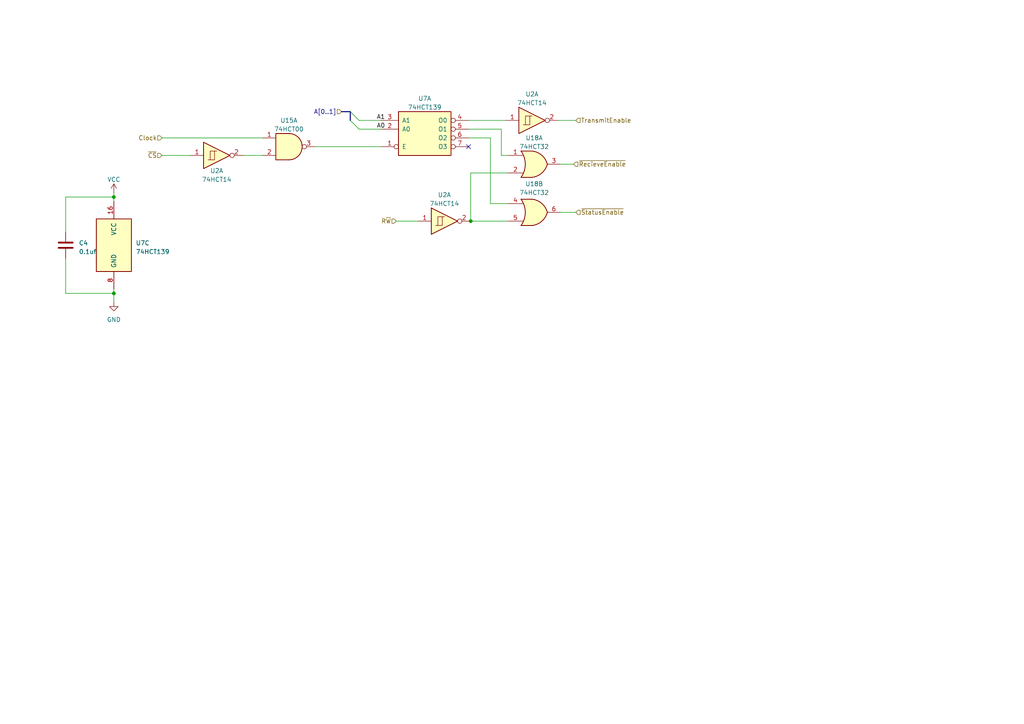
<source format=kicad_sch>
(kicad_sch (version 20230121) (generator eeschema)
  (paper "A4")
  (lib_symbols
    (symbol "74xx:74HCT00" (pin_names (offset 1.016))
      (property "Reference" "U" (at 0 1.27 0))
      (property "Value" "74HCT00" (at 0 -1.27 0))
      (symbol "74HCT00_1_1"
        (arc (start 0 -3.81) (mid 3.7934 0) (end 0 3.81) (stroke (width 0.254)) (fill (type background)))
        (polyline (pts (xy 0 3.81) (xy -3.81 3.81) (xy -3.81 -3.81) (xy 0 -3.81)) (stroke (width 0.254)) (fill (type background)))
        (pin input line (at -7.62 2.54 0) (length 3.81) (name "~") (number "1"))
        (pin input line (at -7.62 -2.54 0) (length 3.81) (name "~") (number "2"))
        (pin output inverted (at 7.62 0 180) (length 3.81) (name "~") (number "3"))
      )
      (symbol "74HCT00_1_2"
        (arc (start -3.81 -3.81) (mid -2.589 0) (end -3.81 3.81) (stroke (width 0.254)))
        (arc (start -0.6096 -3.81) (mid 2.1842 -2.5851) (end 3.81 0) (stroke (width 0.254)) (fill (type background)))
        (polyline (pts (xy -3.81 -3.81) (xy -0.635 -3.81)) (stroke (width 0.254)) (fill (type background)))
        (polyline (pts (xy -3.81 3.81) (xy -0.635 3.81)) (stroke (width 0.254)) (fill (type background)))
        (polyline (pts (xy -0.635 3.81) (xy -3.81 3.81) (xy -3.81 3.81) (xy -3.556 3.4036) (xy -3.0226 2.2606) (xy -2.6924 1.0414) (xy -2.6162 -0.254) (xy -2.7686 -1.4986) (xy -3.175 -2.7178) (xy -3.81 -3.81) (xy -3.81 -3.81) (xy -0.635 -3.81)) (stroke (width -25.4)) (fill (type background)))
        (arc (start 3.81 0) (mid 2.1915 2.5936) (end -0.6096 3.81) (stroke (width 0.254)) (fill (type background)))
        (pin input inverted (at -7.62 2.54 0) (length 4.318) (name "~") (number "1"))
        (pin input inverted (at -7.62 -2.54 0) (length 4.318) (name "~") (number "2"))
        (pin output line (at 7.62 0 180) (length 3.81) (name "~") (number "3"))
      )
      (symbol "74HCT00_2_1"
        (arc (start 0 -3.81) (mid 3.7934 0) (end 0 3.81) (stroke (width 0.254)) (fill (type background)))
        (polyline (pts (xy 0 3.81) (xy -3.81 3.81) (xy -3.81 -3.81) (xy 0 -3.81)) (stroke (width 0.254)) (fill (type background)))
        (pin input line (at -7.62 2.54 0) (length 3.81) (name "~") (number "4"))
        (pin input line (at -7.62 -2.54 0) (length 3.81) (name "~") (number "5"))
        (pin output inverted (at 7.62 0 180) (length 3.81) (name "~") (number "6"))
      )
      (symbol "74HCT00_2_2"
        (arc (start -3.81 -3.81) (mid -2.589 0) (end -3.81 3.81) (stroke (width 0.254)))
        (arc (start -0.6096 -3.81) (mid 2.1842 -2.5851) (end 3.81 0) (stroke (width 0.254)) (fill (type background)))
        (polyline (pts (xy -3.81 -3.81) (xy -0.635 -3.81)) (stroke (width 0.254)) (fill (type background)))
        (polyline (pts (xy -3.81 3.81) (xy -0.635 3.81)) (stroke (width 0.254)) (fill (type background)))
        (polyline (pts (xy -0.635 3.81) (xy -3.81 3.81) (xy -3.81 3.81) (xy -3.556 3.4036) (xy -3.0226 2.2606) (xy -2.6924 1.0414) (xy -2.6162 -0.254) (xy -2.7686 -1.4986) (xy -3.175 -2.7178) (xy -3.81 -3.81) (xy -3.81 -3.81) (xy -0.635 -3.81)) (stroke (width -25.4)) (fill (type background)))
        (arc (start 3.81 0) (mid 2.1915 2.5936) (end -0.6096 3.81) (stroke (width 0.254)) (fill (type background)))
        (pin input inverted (at -7.62 2.54 0) (length 4.318) (name "~") (number "4"))
        (pin input inverted (at -7.62 -2.54 0) (length 4.318) (name "~") (number "5"))
        (pin output line (at 7.62 0 180) (length 3.81) (name "~") (number "6"))
      )
      (symbol "74HCT00_3_1"
        (arc (start 0 -3.81) (mid 3.7934 0) (end 0 3.81) (stroke (width 0.254)) (fill (type background)))
        (polyline (pts (xy 0 3.81) (xy -3.81 3.81) (xy -3.81 -3.81) (xy 0 -3.81)) (stroke (width 0.254)) (fill (type background)))
        (pin input line (at -7.62 -2.54 0) (length 3.81) (name "~") (number "10"))
        (pin output inverted (at 7.62 0 180) (length 3.81) (name "~") (number "8"))
        (pin input line (at -7.62 2.54 0) (length 3.81) (name "~") (number "9"))
      )
      (symbol "74HCT00_3_2"
        (arc (start -3.81 -3.81) (mid -2.589 0) (end -3.81 3.81) (stroke (width 0.254)))
        (arc (start -0.6096 -3.81) (mid 2.1842 -2.5851) (end 3.81 0) (stroke (width 0.254)) (fill (type background)))
        (polyline (pts (xy -3.81 -3.81) (xy -0.635 -3.81)) (stroke (width 0.254)) (fill (type background)))
        (polyline (pts (xy -3.81 3.81) (xy -0.635 3.81)) (stroke (width 0.254)) (fill (type background)))
        (polyline (pts (xy -0.635 3.81) (xy -3.81 3.81) (xy -3.81 3.81) (xy -3.556 3.4036) (xy -3.0226 2.2606) (xy -2.6924 1.0414) (xy -2.6162 -0.254) (xy -2.7686 -1.4986) (xy -3.175 -2.7178) (xy -3.81 -3.81) (xy -3.81 -3.81) (xy -0.635 -3.81)) (stroke (width -25.4)) (fill (type background)))
        (arc (start 3.81 0) (mid 2.1915 2.5936) (end -0.6096 3.81) (stroke (width 0.254)) (fill (type background)))
        (pin input inverted (at -7.62 -2.54 0) (length 4.318) (name "~") (number "10"))
        (pin output line (at 7.62 0 180) (length 3.81) (name "~") (number "8"))
        (pin input inverted (at -7.62 2.54 0) (length 4.318) (name "~") (number "9"))
      )
      (symbol "74HCT00_4_1"
        (arc (start 0 -3.81) (mid 3.7934 0) (end 0 3.81) (stroke (width 0.254)) (fill (type background)))
        (polyline (pts (xy 0 3.81) (xy -3.81 3.81) (xy -3.81 -3.81) (xy 0 -3.81)) (stroke (width 0.254)) (fill (type background)))
        (pin output inverted (at 7.62 0 180) (length 3.81) (name "~") (number "11"))
        (pin input line (at -7.62 2.54 0) (length 3.81) (name "~") (number "12"))
        (pin input line (at -7.62 -2.54 0) (length 3.81) (name "~") (number "13"))
      )
      (symbol "74HCT00_4_2"
        (arc (start -3.81 -3.81) (mid -2.589 0) (end -3.81 3.81) (stroke (width 0.254)))
        (arc (start -0.6096 -3.81) (mid 2.1842 -2.5851) (end 3.81 0) (stroke (width 0.254)) (fill (type background)))
        (polyline (pts (xy -3.81 -3.81) (xy -0.635 -3.81)) (stroke (width 0.254)) (fill (type background)))
        (polyline (pts (xy -3.81 3.81) (xy -0.635 3.81)) (stroke (width 0.254)) (fill (type background)))
        (polyline (pts (xy -0.635 3.81) (xy -3.81 3.81) (xy -3.81 3.81) (xy -3.556 3.4036) (xy -3.0226 2.2606) (xy -2.6924 1.0414) (xy -2.6162 -0.254) (xy -2.7686 -1.4986) (xy -3.175 -2.7178) (xy -3.81 -3.81) (xy -3.81 -3.81) (xy -0.635 -3.81)) (stroke (width -25.4)) (fill (type background)))
        (arc (start 3.81 0) (mid 2.1915 2.5936) (end -0.6096 3.81) (stroke (width 0.254)) (fill (type background)))
        (pin output line (at 7.62 0 180) (length 3.81) (name "~") (number "11"))
        (pin input inverted (at -7.62 2.54 0) (length 4.318) (name "~") (number "12"))
        (pin input inverted (at -7.62 -2.54 0) (length 4.318) (name "~") (number "13"))
      )
      (symbol "74HCT00_5_0"
        (pin power_in line (at 0 12.7 270) (length 5.08) (name "VCC") (number "14"))
        (pin power_in line (at 0 -12.7 90) (length 5.08) (name "GND") (number "7"))
      )
      (symbol "74HCT00_5_1"
        (rectangle (start -5.08 7.62) (end 5.08 -7.62) (stroke (width 0.254)) (fill (type background)))
      )
    )
    (symbol "74xx:74LS139" (pin_names (offset 1.016))
      (property "Reference" "U" (at -7.62 8.89 0))
      (property "Value" "74LS139" (at -7.62 -8.89 0))
      (symbol "74LS139_1_0"
        (pin input inverted (at -12.7 -5.08 0) (length 5.08) (name "E") (number "1"))
        (pin input line (at -12.7 0 0) (length 5.08) (name "A0") (number "2"))
        (pin input line (at -12.7 2.54 0) (length 5.08) (name "A1") (number "3"))
        (pin output inverted (at 12.7 2.54 180) (length 5.08) (name "O0") (number "4"))
        (pin output inverted (at 12.7 0 180) (length 5.08) (name "O1") (number "5"))
        (pin output inverted (at 12.7 -2.54 180) (length 5.08) (name "O2") (number "6"))
        (pin output inverted (at 12.7 -5.08 180) (length 5.08) (name "O3") (number "7"))
      )
      (symbol "74LS139_1_1"
        (rectangle (start -7.62 5.08) (end 7.62 -7.62) (stroke (width 0.254)) (fill (type background)))
      )
      (symbol "74LS139_2_0"
        (pin output inverted (at 12.7 -2.54 180) (length 5.08) (name "O2") (number "10"))
        (pin output inverted (at 12.7 0 180) (length 5.08) (name "O1") (number "11"))
        (pin output inverted (at 12.7 2.54 180) (length 5.08) (name "O0") (number "12"))
        (pin input line (at -12.7 2.54 0) (length 5.08) (name "A1") (number "13"))
        (pin input line (at -12.7 0 0) (length 5.08) (name "A0") (number "14"))
        (pin input inverted (at -12.7 -5.08 0) (length 5.08) (name "E") (number "15"))
        (pin output inverted (at 12.7 -5.08 180) (length 5.08) (name "O3") (number "9"))
      )
      (symbol "74LS139_2_1"
        (rectangle (start -7.62 5.08) (end 7.62 -7.62) (stroke (width 0.254)) (fill (type background)))
      )
      (symbol "74LS139_3_0"
        (pin power_in line (at 0 12.7 270) (length 5.08) (name "VCC") (number "16"))
        (pin power_in line (at 0 -12.7 90) (length 5.08) (name "GND") (number "8"))
      )
      (symbol "74LS139_3_1"
        (rectangle (start -5.08 7.62) (end 5.08 -7.62) (stroke (width 0.254)) (fill (type background)))
      )
    )
    (symbol "74xx:74LS14" (pin_names (offset 1.016))
      (property "Reference" "U" (at 0 1.27 0))
      (property "Value" "74LS14" (at 0 -1.27 0))
      (symbol "74LS14_1_0"
        (polyline (pts (xy -3.81 3.81) (xy -3.81 -3.81) (xy 3.81 0) (xy -3.81 3.81)) (stroke (width 0.254)) (fill (type background)))
        (pin input line (at -7.62 0 0) (length 3.81) (name "~") (number "1"))
        (pin output inverted (at 7.62 0 180) (length 3.81) (name "~") (number "2"))
      )
      (symbol "74LS14_1_1"
        (polyline (pts (xy -1.905 -1.27) (xy -1.905 1.27) (xy -0.635 1.27)))
        (polyline (pts (xy -2.54 -1.27) (xy -0.635 -1.27) (xy -0.635 1.27) (xy 0 1.27)))
      )
      (symbol "74LS14_2_0"
        (polyline (pts (xy -3.81 3.81) (xy -3.81 -3.81) (xy 3.81 0) (xy -3.81 3.81)) (stroke (width 0.254)) (fill (type background)))
        (pin input line (at -7.62 0 0) (length 3.81) (name "~") (number "3"))
        (pin output inverted (at 7.62 0 180) (length 3.81) (name "~") (number "4"))
      )
      (symbol "74LS14_2_1"
        (polyline (pts (xy -1.905 -1.27) (xy -1.905 1.27) (xy -0.635 1.27)))
        (polyline (pts (xy -2.54 -1.27) (xy -0.635 -1.27) (xy -0.635 1.27) (xy 0 1.27)))
      )
      (symbol "74LS14_3_0"
        (polyline (pts (xy -3.81 3.81) (xy -3.81 -3.81) (xy 3.81 0) (xy -3.81 3.81)) (stroke (width 0.254)) (fill (type background)))
        (pin input line (at -7.62 0 0) (length 3.81) (name "~") (number "5"))
        (pin output inverted (at 7.62 0 180) (length 3.81) (name "~") (number "6"))
      )
      (symbol "74LS14_3_1"
        (polyline (pts (xy -1.905 -1.27) (xy -1.905 1.27) (xy -0.635 1.27)))
        (polyline (pts (xy -2.54 -1.27) (xy -0.635 -1.27) (xy -0.635 1.27) (xy 0 1.27)))
      )
      (symbol "74LS14_4_0"
        (polyline (pts (xy -3.81 3.81) (xy -3.81 -3.81) (xy 3.81 0) (xy -3.81 3.81)) (stroke (width 0.254)) (fill (type background)))
        (pin output inverted (at 7.62 0 180) (length 3.81) (name "~") (number "8"))
        (pin input line (at -7.62 0 0) (length 3.81) (name "~") (number "9"))
      )
      (symbol "74LS14_4_1"
        (polyline (pts (xy -1.905 -1.27) (xy -1.905 1.27) (xy -0.635 1.27)))
        (polyline (pts (xy -2.54 -1.27) (xy -0.635 -1.27) (xy -0.635 1.27) (xy 0 1.27)))
      )
      (symbol "74LS14_5_0"
        (polyline (pts (xy -3.81 3.81) (xy -3.81 -3.81) (xy 3.81 0) (xy -3.81 3.81)) (stroke (width 0.254)) (fill (type background)))
        (pin output inverted (at 7.62 0 180) (length 3.81) (name "~") (number "10"))
        (pin input line (at -7.62 0 0) (length 3.81) (name "~") (number "11"))
      )
      (symbol "74LS14_5_1"
        (polyline (pts (xy -1.905 -1.27) (xy -1.905 1.27) (xy -0.635 1.27)))
        (polyline (pts (xy -2.54 -1.27) (xy -0.635 -1.27) (xy -0.635 1.27) (xy 0 1.27)))
      )
      (symbol "74LS14_6_0"
        (polyline (pts (xy -3.81 3.81) (xy -3.81 -3.81) (xy 3.81 0) (xy -3.81 3.81)) (stroke (width 0.254)) (fill (type background)))
        (pin output inverted (at 7.62 0 180) (length 3.81) (name "~") (number "12"))
        (pin input line (at -7.62 0 0) (length 3.81) (name "~") (number "13"))
      )
      (symbol "74LS14_6_1"
        (polyline (pts (xy -1.905 -1.27) (xy -1.905 1.27) (xy -0.635 1.27)))
        (polyline (pts (xy -2.54 -1.27) (xy -0.635 -1.27) (xy -0.635 1.27) (xy 0 1.27)))
      )
      (symbol "74LS14_7_0"
        (pin power_in line (at 0 12.7 270) (length 5.08) (name "VCC") (number "14"))
        (pin power_in line (at 0 -12.7 90) (length 5.08) (name "GND") (number "7"))
      )
      (symbol "74LS14_7_1"
        (rectangle (start -5.08 7.62) (end 5.08 -7.62) (stroke (width 0.254)) (fill (type background)))
      )
    )
    (symbol "74xx:74LS32" (pin_names (offset 1.016))
      (property "Reference" "U" (at 0 1.27 0))
      (property "Value" "74LS32" (at 0 -1.27 0))
      (symbol "74LS32_1_1"
        (arc (start -3.81 -3.81) (mid -2.589 0) (end -3.81 3.81) (stroke (width 0.254)))
        (arc (start -0.6096 -3.81) (mid 2.1842 -2.5851) (end 3.81 0) (stroke (width 0.254)) (fill (type background)))
        (polyline (pts (xy -3.81 -3.81) (xy -0.635 -3.81)) (stroke (width 0.254)) (fill (type background)))
        (polyline (pts (xy -3.81 3.81) (xy -0.635 3.81)) (stroke (width 0.254)) (fill (type background)))
        (polyline (pts (xy -0.635 3.81) (xy -3.81 3.81) (xy -3.81 3.81) (xy -3.556 3.4036) (xy -3.0226 2.2606) (xy -2.6924 1.0414) (xy -2.6162 -0.254) (xy -2.7686 -1.4986) (xy -3.175 -2.7178) (xy -3.81 -3.81) (xy -3.81 -3.81) (xy -0.635 -3.81)) (stroke (width -25.4)) (fill (type background)))
        (arc (start 3.81 0) (mid 2.1915 2.5936) (end -0.6096 3.81) (stroke (width 0.254)) (fill (type background)))
        (pin input line (at -7.62 2.54 0) (length 4.318) (name "~") (number "1"))
        (pin input line (at -7.62 -2.54 0) (length 4.318) (name "~") (number "2"))
        (pin output line (at 7.62 0 180) (length 3.81) (name "~") (number "3"))
      )
      (symbol "74LS32_1_2"
        (arc (start 0 -3.81) (mid 3.7934 0) (end 0 3.81) (stroke (width 0.254)) (fill (type background)))
        (polyline (pts (xy 0 3.81) (xy -3.81 3.81) (xy -3.81 -3.81) (xy 0 -3.81)) (stroke (width 0.254)) (fill (type background)))
        (pin input inverted (at -7.62 2.54 0) (length 3.81) (name "~") (number "1"))
        (pin input inverted (at -7.62 -2.54 0) (length 3.81) (name "~") (number "2"))
        (pin output inverted (at 7.62 0 180) (length 3.81) (name "~") (number "3"))
      )
      (symbol "74LS32_2_1"
        (arc (start -3.81 -3.81) (mid -2.589 0) (end -3.81 3.81) (stroke (width 0.254)))
        (arc (start -0.6096 -3.81) (mid 2.1842 -2.5851) (end 3.81 0) (stroke (width 0.254)) (fill (type background)))
        (polyline (pts (xy -3.81 -3.81) (xy -0.635 -3.81)) (stroke (width 0.254)) (fill (type background)))
        (polyline (pts (xy -3.81 3.81) (xy -0.635 3.81)) (stroke (width 0.254)) (fill (type background)))
        (polyline (pts (xy -0.635 3.81) (xy -3.81 3.81) (xy -3.81 3.81) (xy -3.556 3.4036) (xy -3.0226 2.2606) (xy -2.6924 1.0414) (xy -2.6162 -0.254) (xy -2.7686 -1.4986) (xy -3.175 -2.7178) (xy -3.81 -3.81) (xy -3.81 -3.81) (xy -0.635 -3.81)) (stroke (width -25.4)) (fill (type background)))
        (arc (start 3.81 0) (mid 2.1915 2.5936) (end -0.6096 3.81) (stroke (width 0.254)) (fill (type background)))
        (pin input line (at -7.62 2.54 0) (length 4.318) (name "~") (number "4"))
        (pin input line (at -7.62 -2.54 0) (length 4.318) (name "~") (number "5"))
        (pin output line (at 7.62 0 180) (length 3.81) (name "~") (number "6"))
      )
      (symbol "74LS32_2_2"
        (arc (start 0 -3.81) (mid 3.7934 0) (end 0 3.81) (stroke (width 0.254)) (fill (type background)))
        (polyline (pts (xy 0 3.81) (xy -3.81 3.81) (xy -3.81 -3.81) (xy 0 -3.81)) (stroke (width 0.254)) (fill (type background)))
        (pin input inverted (at -7.62 2.54 0) (length 3.81) (name "~") (number "4"))
        (pin input inverted (at -7.62 -2.54 0) (length 3.81) (name "~") (number "5"))
        (pin output inverted (at 7.62 0 180) (length 3.81) (name "~") (number "6"))
      )
      (symbol "74LS32_3_1"
        (arc (start -3.81 -3.81) (mid -2.589 0) (end -3.81 3.81) (stroke (width 0.254)))
        (arc (start -0.6096 -3.81) (mid 2.1842 -2.5851) (end 3.81 0) (stroke (width 0.254)) (fill (type background)))
        (polyline (pts (xy -3.81 -3.81) (xy -0.635 -3.81)) (stroke (width 0.254)) (fill (type background)))
        (polyline (pts (xy -3.81 3.81) (xy -0.635 3.81)) (stroke (width 0.254)) (fill (type background)))
        (polyline (pts (xy -0.635 3.81) (xy -3.81 3.81) (xy -3.81 3.81) (xy -3.556 3.4036) (xy -3.0226 2.2606) (xy -2.6924 1.0414) (xy -2.6162 -0.254) (xy -2.7686 -1.4986) (xy -3.175 -2.7178) (xy -3.81 -3.81) (xy -3.81 -3.81) (xy -0.635 -3.81)) (stroke (width -25.4)) (fill (type background)))
        (arc (start 3.81 0) (mid 2.1915 2.5936) (end -0.6096 3.81) (stroke (width 0.254)) (fill (type background)))
        (pin input line (at -7.62 -2.54 0) (length 4.318) (name "~") (number "10"))
        (pin output line (at 7.62 0 180) (length 3.81) (name "~") (number "8"))
        (pin input line (at -7.62 2.54 0) (length 4.318) (name "~") (number "9"))
      )
      (symbol "74LS32_3_2"
        (arc (start 0 -3.81) (mid 3.7934 0) (end 0 3.81) (stroke (width 0.254)) (fill (type background)))
        (polyline (pts (xy 0 3.81) (xy -3.81 3.81) (xy -3.81 -3.81) (xy 0 -3.81)) (stroke (width 0.254)) (fill (type background)))
        (pin input inverted (at -7.62 -2.54 0) (length 3.81) (name "~") (number "10"))
        (pin output inverted (at 7.62 0 180) (length 3.81) (name "~") (number "8"))
        (pin input inverted (at -7.62 2.54 0) (length 3.81) (name "~") (number "9"))
      )
      (symbol "74LS32_4_1"
        (arc (start -3.81 -3.81) (mid -2.589 0) (end -3.81 3.81) (stroke (width 0.254)))
        (arc (start -0.6096 -3.81) (mid 2.1842 -2.5851) (end 3.81 0) (stroke (width 0.254)) (fill (type background)))
        (polyline (pts (xy -3.81 -3.81) (xy -0.635 -3.81)) (stroke (width 0.254)) (fill (type background)))
        (polyline (pts (xy -3.81 3.81) (xy -0.635 3.81)) (stroke (width 0.254)) (fill (type background)))
        (polyline (pts (xy -0.635 3.81) (xy -3.81 3.81) (xy -3.81 3.81) (xy -3.556 3.4036) (xy -3.0226 2.2606) (xy -2.6924 1.0414) (xy -2.6162 -0.254) (xy -2.7686 -1.4986) (xy -3.175 -2.7178) (xy -3.81 -3.81) (xy -3.81 -3.81) (xy -0.635 -3.81)) (stroke (width -25.4)) (fill (type background)))
        (arc (start 3.81 0) (mid 2.1915 2.5936) (end -0.6096 3.81) (stroke (width 0.254)) (fill (type background)))
        (pin output line (at 7.62 0 180) (length 3.81) (name "~") (number "11"))
        (pin input line (at -7.62 2.54 0) (length 4.318) (name "~") (number "12"))
        (pin input line (at -7.62 -2.54 0) (length 4.318) (name "~") (number "13"))
      )
      (symbol "74LS32_4_2"
        (arc (start 0 -3.81) (mid 3.7934 0) (end 0 3.81) (stroke (width 0.254)) (fill (type background)))
        (polyline (pts (xy 0 3.81) (xy -3.81 3.81) (xy -3.81 -3.81) (xy 0 -3.81)) (stroke (width 0.254)) (fill (type background)))
        (pin output inverted (at 7.62 0 180) (length 3.81) (name "~") (number "11"))
        (pin input inverted (at -7.62 2.54 0) (length 3.81) (name "~") (number "12"))
        (pin input inverted (at -7.62 -2.54 0) (length 3.81) (name "~") (number "13"))
      )
      (symbol "74LS32_5_0"
        (pin power_in line (at 0 12.7 270) (length 5.08) (name "VCC") (number "14"))
        (pin power_in line (at 0 -12.7 90) (length 5.08) (name "GND") (number "7"))
      )
      (symbol "74LS32_5_1"
        (rectangle (start -5.08 7.62) (end 5.08 -7.62) (stroke (width 0.254)) (fill (type background)))
      )
    )
    (symbol "Device:C" (pin_numbers hide) (pin_names (offset 0.254))
      (property "Reference" "C" (at 0.635 2.54 0))
      (property "Value" "C" (at 0.635 -2.54 0))
      (symbol "C_0_1"
        (polyline (pts (xy -2.032 -0.762) (xy 2.032 -0.762)) (stroke (width 0.508)))
        (polyline (pts (xy -2.032 0.762) (xy 2.032 0.762)) (stroke (width 0.508)))
      )
      (symbol "C_1_1"
        (pin passive line (at 0 3.81 270) (length 2.794) (name "~") (number "1"))
        (pin passive line (at 0 -3.81 90) (length 2.794) (name "~") (number "2"))
      )
    )
    (symbol "power:GND" (power) (pin_names (offset 0))
      (property "Value" "GND" (at 0 -3.81 0))
      (symbol "GND_0_1"
        (polyline (pts (xy 0 0) (xy 0 -1.27) (xy 1.27 -1.27) (xy 0 -2.54) (xy -1.27 -1.27) (xy 0 -1.27)))
      )
      (symbol "GND_1_1"
        (pin power_in line (at 0 0 270) (length 0) hide (name "GND") (number "1"))
      )
    )
    (symbol "power:VCC" (power) (pin_names (offset 0))
      (property "Value" "VCC" (at 0 3.81 0))
      (symbol "VCC_0_1"
        (polyline (pts (xy -0.762 1.27) (xy 0 2.54)))
        (polyline (pts (xy 0 0) (xy 0 2.54)))
        (polyline (pts (xy 0 2.54) (xy 0.762 1.27)))
      )
      (symbol "VCC_1_1"
        (pin power_in line (at 0 0 90) (length 0) hide (name "VCC") (number "1"))
      )
    )
  )
  (junction (at 33.02 57.15))
  (junction (at 136.525 64.135))
  (junction (at 33.02 85.09))
  (no_connect (at 135.89 42.545))
  (bus_entry (at 101.6 34.925) (size 2.54 2.54))
  (bus_entry (at 101.6 32.385) (size 2.54 2.54))
  (wire (pts (xy 110.49 42.545) (xy 91.44 42.545)))
  (bus (pts (xy 101.6 32.385) (xy 101.6 34.925)))
  (wire (pts (xy 104.14 37.465) (xy 110.49 37.465)))
  (wire (pts (xy 136.525 64.135) (xy 147.32 64.135)))
  (wire (pts (xy 70.485 45.085) (xy 76.2 45.085)))
  (wire (pts (xy 46.99 45.085) (xy 55.245 45.085)))
  (wire (pts (xy 136.525 50.165) (xy 147.32 50.165)))
  (wire (pts (xy 33.02 57.15) (xy 33.02 58.42)))
  (wire (pts (xy 147.32 45.085) (xy 145.415 45.085)))
  (wire (pts (xy 33.02 85.09) (xy 33.02 83.82)))
  (bus (pts (xy 99.06 32.385) (xy 101.6 32.385)))
  (wire (pts (xy 19.05 74.93) (xy 19.05 85.09)))
  (wire (pts (xy 46.99 40.005) (xy 76.2 40.005)))
  (wire (pts (xy 33.02 87.63) (xy 33.02 85.09)))
  (wire (pts (xy 114.935 64.135) (xy 121.285 64.135)))
  (wire (pts (xy 167.005 61.595) (xy 162.56 61.595)))
  (wire (pts (xy 145.415 45.085) (xy 145.415 37.465)))
  (wire (pts (xy 167.005 34.925) (xy 161.925 34.925)))
  (wire (pts (xy 33.02 55.88) (xy 33.02 57.15)))
  (wire (pts (xy 19.05 85.09) (xy 33.02 85.09)))
  (wire (pts (xy 166.37 47.625) (xy 162.56 47.625)))
  (wire (pts (xy 19.05 67.31) (xy 19.05 57.15)))
  (wire (pts (xy 19.05 57.15) (xy 33.02 57.15)))
  (wire (pts (xy 145.415 37.465) (xy 135.89 37.465)))
  (wire (pts (xy 135.89 40.005) (xy 142.24 40.005)))
  (wire (pts (xy 146.685 34.925) (xy 135.89 34.925)))
  (wire (pts (xy 142.24 59.055) (xy 147.32 59.055)))
  (wire (pts (xy 104.14 34.925) (xy 110.49 34.925)))
  (wire (pts (xy 142.24 40.005) (xy 142.24 59.055)))
  (wire (pts (xy 136.525 64.135) (xy 136.525 50.165)))
  (label "A0" (at 109.22 37.465 0))
  (label "A1" (at 109.22 34.925 0))
  (hierarchical_label "~{CS}" (shape input) (at 46.99 45.085 180))
  (hierarchical_label "Clock" (shape input) (at 46.99 40.005 180))
  (hierarchical_label "TransmitEnable" (shape input) (at 167.005 34.925 0))
  (hierarchical_label "R~{W}" (shape input) (at 114.935 64.135 180))
  (hierarchical_label "A[0..1]" (shape input) (at 99.06 32.385 180))
  (hierarchical_label "~{StatusEnable}" (shape input) (at 167.005 61.595 0))
  (hierarchical_label "~{RecieveEnable}" (shape input) (at 166.37 47.625 0))
  (symbol (lib_id "74xx:74LS14") (at 128.905 64.135 0) (unit 1)
    (property "Reference" "U2" (at 128.905 56.515 0))
    (property "Value" "74HCT14" (at 128.905 59.055 0))
    (property "Footprint" "Package_DIP:DIP-14_W7.62mm" (effects hide))
    (property "Datasheet" "http://www.ti.com/lit/gpn/sn74LS14" (effects hide))
    (instances (project "uart" (path "" (reference "U2") (unit 1)) (path "" (reference "U2") (unit 4))))
  )
  (symbol (lib_id "74xx:74LS14") (at 62.865 45.085 0) (unit 1)
    (property "Reference" "U2" (at 62.865 49.53 0))
    (property "Value" "74HCT14" (at 62.865 52.07 0))
    (property "Footprint" "Package_DIP:DIP-14_W7.62mm" (effects hide))
    (property "Datasheet" "http://www.ti.com/lit/gpn/sn74LS14" (effects hide))
  )
  (symbol (lib_id "74xx:74LS32") (at 154.94 47.625 0) (unit 1)
    (property "Reference" "U18" (at 154.94 40.005 0))
    (property "Value" "74HCT32" (at 154.94 42.545 0))
    (property "Footprint" "Package_DIP:DIP-14_W7.62mm" (effects hide))
    (property "Datasheet" "http://www.ti.com/lit/gpn/sn74LS32" (effects hide))
  )
  (symbol (lib_id "power:VCC") (at 33.02 55.88 0) (unit 1)
    (property "Reference" "#PWR02" (effects hide))
    (property "Value" "VCC" (at 33.02 52.07 0))
    (instances (project "uart" (path "" (reference "#PWR02") (unit 1)) (path "" (reference "#PWR023") (unit 1))))
  )
  (symbol (lib_id "power:GND") (at 33.02 87.63 0) (unit 1)
    (property "Reference" "#PWR01" (effects hide))
    (property "Value" "GND" (at 33.02 92.71 0))
    (instances (project "uart" (path "" (reference "#PWR01") (unit 1)) (path "" (reference "#PWR024") (unit 1))))
  )
  (symbol (lib_id "Device:C") (at 19.05 71.12 0) (unit 1)
    (property "Reference" "C4" (at 22.86 70.485 0) (effects (justify left)))
    (property "Value" "0.1uf" (at 22.86 73.025 0) (effects (justify left)))
    (property "Footprint" "Capacitor_THT:C_Rect_L7.2mm_W3.5mm_P5.00mm_FKS2_FKP2_MKS2_MKP2" (effects hide))
    (instances (project "uart" (path "" (reference "C4") (unit 1)) (path "" (reference "C8") (unit 1)) (path "" (reference "C9") (unit 1)) (path "" (reference "C10") (unit 1))))
  )
  (symbol (lib_id "74xx:74LS32") (at 154.94 61.595 0) (unit 2)
    (property "Reference" "U18" (at 154.94 53.34 0))
    (property "Value" "74HCT32" (at 154.94 55.88 0))
    (property "Footprint" "Package_DIP:DIP-14_W7.62mm" (effects hide))
    (property "Datasheet" "http://www.ti.com/lit/gpn/sn74LS32" (effects hide))
  )
  (symbol (lib_id "74xx:74HCT00") (at 83.82 42.545 0) (unit 1)
    (property "Reference" "U15" (at 83.8117 34.925 0))
    (property "Value" "74HCT00" (at 83.8117 37.465 0))
    (property "Footprint" "Package_DIP:DIP-14_W7.62mm" (effects hide))
    (property "Datasheet" "http://www.ti.com/lit/gpn/sn74hct00" (effects hide))
  )
  (symbol (lib_id "74xx:74LS14") (at 154.305 34.925 0) (unit 1)
    (property "Reference" "U2" (at 154.305 27.305 0))
    (property "Value" "74HCT14" (at 154.305 29.845 0))
    (property "Footprint" "Package_DIP:DIP-14_W7.62mm" (effects hide))
    (property "Datasheet" "http://www.ti.com/lit/gpn/sn74LS14" (effects hide))
    (instances (project "uart" (path "" (reference "U2") (unit 1)) (path "" (reference "U2") (unit 5))))
  )
  (symbol (lib_id "74xx:74LS139") (at 33.02 71.12 0) (unit 3)
    (property "Reference" "U7" (at 39.37 70.485 0) (effects (justify left)))
    (property "Value" "74HCT139" (at 39.37 73.025 0) (effects (justify left)))
    (property "Footprint" "Package_DIP:DIP-16_W7.62mm" (effects hide))
    (property "Datasheet" "http://www.ti.com/lit/ds/symlink/sn74ls139a.pdf" (effects hide))
  )
  (symbol (lib_id "74xx:74LS139") (at 123.19 37.465 0) (unit 1)
    (property "Reference" "U7" (at 123.19 28.575 0))
    (property "Value" "74HCT139" (at 123.19 31.115 0))
    (property "Footprint" "Package_DIP:DIP-16_W7.62mm" (effects hide))
    (property "Datasheet" "http://www.ti.com/lit/ds/symlink/sn74ls139a.pdf" (effects hide))
  )
)
</source>
